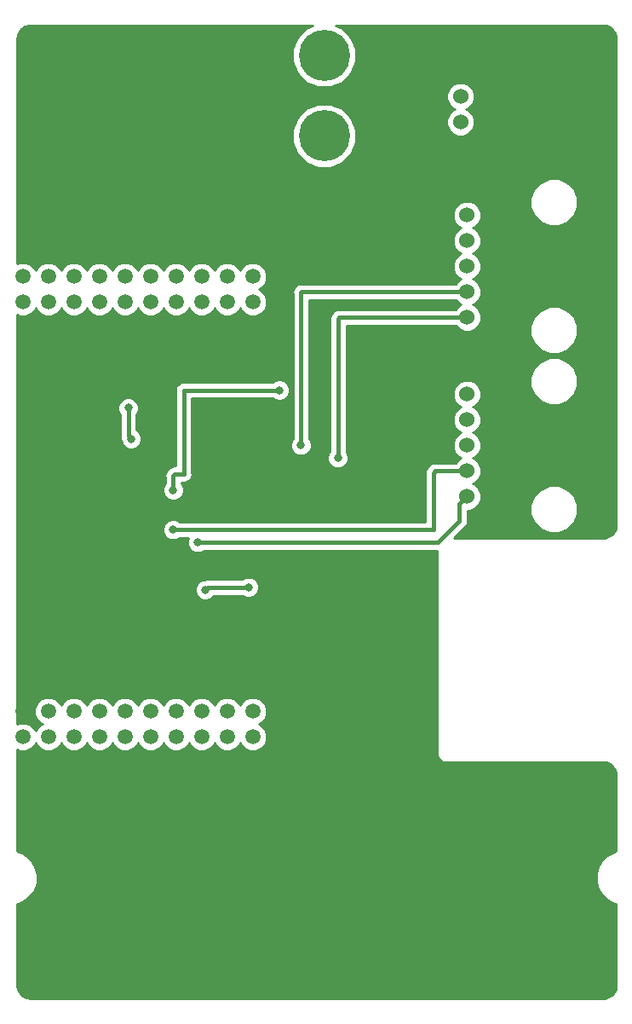
<source format=gbr>
G04 #@! TF.GenerationSoftware,KiCad,Pcbnew,(5.0.0)*
G04 #@! TF.CreationDate,2018-09-29T16:36:18-05:00*
G04 #@! TF.ProjectId,DriveBoard_Hardware,4472697665426F6172645F4861726477,rev?*
G04 #@! TF.SameCoordinates,Original*
G04 #@! TF.FileFunction,Copper,L2,Bot,Signal*
G04 #@! TF.FilePolarity,Positive*
%FSLAX46Y46*%
G04 Gerber Fmt 4.6, Leading zero omitted, Abs format (unit mm)*
G04 Created by KiCad (PCBNEW (5.0.0)) date 09/29/18 16:36:18*
%MOMM*%
%LPD*%
G01*
G04 APERTURE LIST*
G04 #@! TA.AperFunction,ComponentPad*
%ADD10C,1.520000*%
G04 #@! TD*
G04 #@! TA.AperFunction,ComponentPad*
%ADD11C,5.080000*%
G04 #@! TD*
G04 #@! TA.AperFunction,ComponentPad*
%ADD12C,1.524000*%
G04 #@! TD*
G04 #@! TA.AperFunction,ViaPad*
%ADD13C,0.800000*%
G04 #@! TD*
G04 #@! TA.AperFunction,Conductor*
%ADD14C,0.381000*%
G04 #@! TD*
G04 #@! TA.AperFunction,Conductor*
%ADD15C,0.254000*%
G04 #@! TD*
G04 APERTURE END LIST*
D10*
G04 #@! TO.P,U1,PP5*
G04 #@! TO.N,Net-(U1-PadPP5)*
X118389001Y-74675001D03*
G04 #@! TO.P,U1,PM7*
G04 #@! TO.N,Net-(U1-PadPM7)*
X115849001Y-74675001D03*
G04 #@! TO.P,U1,GND*
G04 #@! TO.N,GND*
X113309001Y-74675001D03*
G04 #@! TO.P,U1,PK7*
G04 #@! TO.N,Net-(U1-PadPK7)*
X136169001Y-77215001D03*
G04 #@! TO.P,U1,PK6*
G04 #@! TO.N,Net-(U1-PadPK6)*
X133629001Y-77215001D03*
G04 #@! TO.P,U1,PH1*
G04 #@! TO.N,Net-(U1-PadPH1)*
X131089001Y-77215001D03*
G04 #@! TO.P,U1,PH0*
G04 #@! TO.N,Net-(U1-PadPH0)*
X128549001Y-77215001D03*
G04 #@! TO.P,U1,PM2*
G04 #@! TO.N,Net-(U1-PadPM2)*
X126009001Y-77215001D03*
G04 #@! TO.P,U1,PM1*
G04 #@! TO.N,Net-(U1-PadPM1)*
X123469001Y-77215001D03*
G04 #@! TO.P,U1,PM0*
G04 #@! TO.N,Net-(U1-PadPM0)*
X120929001Y-77215001D03*
G04 #@! TO.P,U1,PK5*
G04 #@! TO.N,Net-(U1-PadPK5)*
X118389001Y-77215001D03*
G04 #@! TO.P,U1,PK4*
G04 #@! TO.N,Net-(U1-PadPK4)*
X115849001Y-77215001D03*
G04 #@! TO.P,U1,PG1*
G04 #@! TO.N,Net-(U1-PadPG1)*
X113309001Y-77215001D03*
G04 #@! TO.P,U1,PN4*
G04 #@! TO.N,Net-(U1-PadPN4)*
X136169001Y-120395001D03*
G04 #@! TO.P,U1,PP4*
G04 #@! TO.N,Net-(U1-PadPP4)*
X131089001Y-120395001D03*
G04 #@! TO.P,U1,PD5*
G04 #@! TO.N,Net-(U1-PadPD5)*
X126009001Y-120395001D03*
G04 #@! TO.P,U1,PD4*
G04 #@! TO.N,Net-(U1-PadPD4)*
X123469001Y-120395001D03*
G04 #@! TO.P,U1,PP1*
G04 #@! TO.N,TX_1_IC*
X120929001Y-120395001D03*
G04 #@! TO.P,U1,PP0*
G04 #@! TO.N,RX_1_IC*
X118389001Y-120395001D03*
G04 #@! TO.P,U1,PD2*
G04 #@! TO.N,Net-(U1-PadPD2)*
X115849001Y-120395001D03*
G04 #@! TO.P,U1,PA5*
G04 #@! TO.N,Net-(U1-PadPA5)*
X136169001Y-117855001D03*
G04 #@! TO.P,U1,PK3*
G04 #@! TO.N,Net-(U1-PadPK3)*
X131089001Y-117855001D03*
G04 #@! TO.P,U1,PB5*
G04 #@! TO.N,Net-(U1-PadPB5)*
X120929001Y-117855001D03*
G04 #@! TO.P,U1,PB4*
G04 #@! TO.N,Net-(U1-PadPB4)*
X118389001Y-117855001D03*
G04 #@! TO.P,U1,GND*
G04 #@! TO.N,GND*
X115849001Y-117855001D03*
G04 #@! TO.P,U1,+5V*
G04 #@! TO.N,+5V*
X113309001Y-117855001D03*
G04 #@! TO.P,U1,PK1*
G04 #@! TO.N,TX_2_IC*
X126009001Y-117855001D03*
G04 #@! TO.P,U1,PK2*
G04 #@! TO.N,Net-(U1-PadPK2)*
X128549001Y-117855001D03*
G04 #@! TO.P,U1,PN5*
G04 #@! TO.N,Net-(U1-PadPN5)*
X133629001Y-120395001D03*
G04 #@! TO.P,U1,PA7*
G04 #@! TO.N,Net-(U1-PadPA7)*
X120929001Y-74675001D03*
G04 #@! TO.P,U1,Rese*
G04 #@! TO.N,Net-(U1-PadRese)*
X123469001Y-74675001D03*
G04 #@! TO.P,U1,PA4*
G04 #@! TO.N,Net-(U1-PadPA4)*
X133629001Y-117855001D03*
G04 #@! TO.P,U1,PQ0*
G04 #@! TO.N,Net-(U1-PadPQ0)*
X128549001Y-120395001D03*
G04 #@! TO.P,U1,PP3*
G04 #@! TO.N,Net-(U1-PadPP3)*
X131089001Y-74675001D03*
G04 #@! TO.P,U1,PQ3*
G04 #@! TO.N,Net-(U1-PadPQ3)*
X128549001Y-74675001D03*
G04 #@! TO.P,U1,PK0*
G04 #@! TO.N,RX_2_IC*
X123469001Y-117855001D03*
G04 #@! TO.P,U1,PQ2*
G04 #@! TO.N,Net-(U1-PadPQ2)*
X126009001Y-74675001D03*
G04 #@! TO.P,U1,PQ1*
G04 #@! TO.N,Net-(U1-PadPQ1)*
X133629001Y-74675001D03*
G04 #@! TO.P,U1,PM6*
G04 #@! TO.N,Net-(U1-PadPM6)*
X136169001Y-74675001D03*
G04 #@! TO.P,U1,+3V3*
G04 #@! TO.N,Net-(U1-Pad+3V3)*
X113309001Y-120395001D03*
G04 #@! TD*
D11*
G04 #@! TO.P,Conn1,1*
G04 #@! TO.N,GND*
X143281400Y-60707000D03*
G04 #@! TO.P,Conn1,2*
G04 #@! TO.N,/+12V*
X143281400Y-52706000D03*
G04 #@! TD*
D12*
G04 #@! TO.P,Conn2,1*
G04 #@! TO.N,Net-(Conn2-Pad1)*
X157480000Y-68580000D03*
G04 #@! TO.P,Conn2,2*
G04 #@! TO.N,Net-(Conn2-Pad2)*
X157480000Y-71120000D03*
G04 #@! TO.P,Conn2,3*
G04 #@! TO.N,GND*
X157480000Y-73660000D03*
G04 #@! TO.P,Conn2,4*
G04 #@! TO.N,TX_1_SL*
X157480000Y-76200000D03*
G04 #@! TO.P,Conn2,5*
G04 #@! TO.N,RX_1_SL*
X157480000Y-78740000D03*
G04 #@! TD*
G04 #@! TO.P,Conn3,5*
G04 #@! TO.N,RX_2_SL*
X157480000Y-96520000D03*
G04 #@! TO.P,Conn3,4*
G04 #@! TO.N,TX_2_SL*
X157480000Y-93980000D03*
G04 #@! TO.P,Conn3,3*
G04 #@! TO.N,GND*
X157480000Y-91440000D03*
G04 #@! TO.P,Conn3,2*
G04 #@! TO.N,Net-(Conn3-Pad2)*
X157480000Y-88900000D03*
G04 #@! TO.P,Conn3,1*
G04 #@! TO.N,Net-(Conn3-Pad1)*
X157480000Y-86360000D03*
G04 #@! TD*
G04 #@! TO.P,U3,1*
G04 #@! TO.N,/+12V*
X156819600Y-59334400D03*
G04 #@! TO.P,U3,2*
G04 #@! TO.N,GND*
X156819600Y-56794400D03*
G04 #@! TO.P,U3,3*
G04 #@! TO.N,+5V*
X156819600Y-54254400D03*
G04 #@! TD*
D13*
G04 #@! TO.N,GND*
X124079000Y-90805000D03*
X123799600Y-87731600D03*
G04 #@! TO.N,Net-(C2-Pad1)*
X128270000Y-95885000D03*
X138825000Y-85965000D03*
G04 #@! TO.N,TX_1_SL*
X140970000Y-91440000D03*
G04 #@! TO.N,RX_1_SL*
X144627600Y-92710000D03*
G04 #@! TO.N,RX_2_SL*
X130683000Y-101092000D03*
G04 #@! TO.N,TX_2_SL*
X128270000Y-99822000D03*
G04 #@! TO.N,TX_1_IC*
X135763000Y-105537000D03*
X131445000Y-105791000D03*
G04 #@! TD*
D14*
G04 #@! TO.N,GND*
X123799600Y-90525600D02*
X124079000Y-90805000D01*
X123799600Y-87731600D02*
X123799600Y-90525600D01*
G04 #@! TO.N,Net-(C2-Pad1)*
X129309998Y-85965000D02*
X138825000Y-85965000D01*
X129304999Y-85969999D02*
X129309998Y-85965000D01*
X129304999Y-94284316D02*
X129304999Y-85969999D01*
X128447316Y-94284316D02*
X129304999Y-94284316D01*
X128270000Y-95885000D02*
X128270000Y-94461632D01*
X128270000Y-94461632D02*
X128447316Y-94284316D01*
G04 #@! TO.N,TX_1_SL*
X157480000Y-76200000D02*
X141020800Y-76200000D01*
X140970000Y-76250800D02*
X141020800Y-76200000D01*
X140970000Y-91440000D02*
X140970000Y-76250800D01*
G04 #@! TO.N,RX_1_SL*
X144627600Y-92144315D02*
X144627600Y-92710000D01*
X144665701Y-92106214D02*
X144627600Y-92144315D01*
X144665701Y-78854299D02*
X144665701Y-92106214D01*
X157480000Y-78740000D02*
X144780000Y-78740000D01*
X144780000Y-78740000D02*
X144665701Y-78854299D01*
G04 #@! TO.N,RX_2_SL*
X154559000Y-101092000D02*
X130683000Y-101092000D01*
X156718001Y-98932999D02*
X154559000Y-101092000D01*
X156718001Y-97281999D02*
X156718001Y-98932999D01*
X157480000Y-96520000D02*
X156718001Y-97281999D01*
G04 #@! TO.N,TX_2_SL*
X128270000Y-99822000D02*
X154108990Y-99822000D01*
X154305000Y-93980000D02*
X157480000Y-93980000D01*
X154108990Y-94176010D02*
X154305000Y-93980000D01*
X154108990Y-94176010D02*
X154108990Y-99822000D01*
G04 #@! TO.N,TX_1_IC*
X131699000Y-105537000D02*
X131445000Y-105791000D01*
X135763000Y-105537000D02*
X131699000Y-105537000D01*
G04 #@! TD*
D15*
G04 #@! TO.N,+5V*
G36*
X141482907Y-50014365D02*
X140589765Y-50907507D01*
X140106400Y-52074453D01*
X140106400Y-53337547D01*
X140589765Y-54504493D01*
X141482907Y-55397635D01*
X142649853Y-55881000D01*
X143912947Y-55881000D01*
X145079893Y-55397635D01*
X145973035Y-54504493D01*
X146456400Y-53337547D01*
X146456400Y-52074453D01*
X145973035Y-50907507D01*
X145079893Y-50014365D01*
X144398204Y-49732000D01*
X170916819Y-49732000D01*
X171336409Y-49792090D01*
X171675752Y-49946381D01*
X171958152Y-50189712D01*
X172160906Y-50502523D01*
X172274748Y-50883184D01*
X172289400Y-51080350D01*
X172289401Y-99263412D01*
X172229310Y-99683009D01*
X172075019Y-100022352D01*
X171831688Y-100304752D01*
X171518879Y-100507506D01*
X171138215Y-100621348D01*
X170941049Y-100636000D01*
X156182433Y-100636000D01*
X157244230Y-99574204D01*
X157313153Y-99528151D01*
X157384846Y-99420856D01*
X157495604Y-99255094D01*
X157495605Y-99255093D01*
X157543501Y-99014302D01*
X157543501Y-99014298D01*
X157559672Y-98933000D01*
X157543501Y-98851702D01*
X157543501Y-97917000D01*
X157757881Y-97917000D01*
X158271337Y-97704320D01*
X158655090Y-97320567D01*
X163756000Y-97320567D01*
X163756000Y-98259433D01*
X164115289Y-99126833D01*
X164779167Y-99790711D01*
X165646567Y-100150000D01*
X166585433Y-100150000D01*
X167452833Y-99790711D01*
X168116711Y-99126833D01*
X168476000Y-98259433D01*
X168476000Y-97320567D01*
X168116711Y-96453167D01*
X167452833Y-95789289D01*
X166585433Y-95430000D01*
X165646567Y-95430000D01*
X164779167Y-95789289D01*
X164115289Y-96453167D01*
X163756000Y-97320567D01*
X158655090Y-97320567D01*
X158664320Y-97311337D01*
X158877000Y-96797881D01*
X158877000Y-96242119D01*
X158664320Y-95728663D01*
X158271337Y-95335680D01*
X158064487Y-95250000D01*
X158271337Y-95164320D01*
X158664320Y-94771337D01*
X158877000Y-94257881D01*
X158877000Y-93702119D01*
X158664320Y-93188663D01*
X158271337Y-92795680D01*
X158064487Y-92710000D01*
X158271337Y-92624320D01*
X158664320Y-92231337D01*
X158877000Y-91717881D01*
X158877000Y-91162119D01*
X158664320Y-90648663D01*
X158271337Y-90255680D01*
X158064487Y-90170000D01*
X158271337Y-90084320D01*
X158664320Y-89691337D01*
X158877000Y-89177881D01*
X158877000Y-88622119D01*
X158664320Y-88108663D01*
X158271337Y-87715680D01*
X158064487Y-87630000D01*
X158271337Y-87544320D01*
X158664320Y-87151337D01*
X158877000Y-86637881D01*
X158877000Y-86082119D01*
X158664320Y-85568663D01*
X158271337Y-85175680D01*
X157757881Y-84963000D01*
X157202119Y-84963000D01*
X156688663Y-85175680D01*
X156295680Y-85568663D01*
X156083000Y-86082119D01*
X156083000Y-86637881D01*
X156295680Y-87151337D01*
X156688663Y-87544320D01*
X156895513Y-87630000D01*
X156688663Y-87715680D01*
X156295680Y-88108663D01*
X156083000Y-88622119D01*
X156083000Y-89177881D01*
X156295680Y-89691337D01*
X156688663Y-90084320D01*
X156895513Y-90170000D01*
X156688663Y-90255680D01*
X156295680Y-90648663D01*
X156083000Y-91162119D01*
X156083000Y-91717881D01*
X156295680Y-92231337D01*
X156688663Y-92624320D01*
X156895513Y-92710000D01*
X156688663Y-92795680D01*
X156329843Y-93154500D01*
X154386301Y-93154500D01*
X154304999Y-93138328D01*
X154223698Y-93154500D01*
X154223697Y-93154500D01*
X153982906Y-93202396D01*
X153709848Y-93384848D01*
X153663791Y-93453777D01*
X153582767Y-93534801D01*
X153513838Y-93580858D01*
X153331386Y-93853917D01*
X153283490Y-94094707D01*
X153267318Y-94176010D01*
X153283490Y-94257312D01*
X153283491Y-98996500D01*
X128908211Y-98996500D01*
X128856280Y-98944569D01*
X128475874Y-98787000D01*
X128064126Y-98787000D01*
X127683720Y-98944569D01*
X127392569Y-99235720D01*
X127235000Y-99616126D01*
X127235000Y-100027874D01*
X127392569Y-100408280D01*
X127683720Y-100699431D01*
X128064126Y-100857000D01*
X128475874Y-100857000D01*
X128856280Y-100699431D01*
X128908211Y-100647500D01*
X129746842Y-100647500D01*
X129648000Y-100886126D01*
X129648000Y-101297874D01*
X129805569Y-101678280D01*
X130096720Y-101969431D01*
X130477126Y-102127000D01*
X130888874Y-102127000D01*
X131269280Y-101969431D01*
X131321211Y-101917500D01*
X154477699Y-101917500D01*
X154509401Y-101923806D01*
X154509400Y-122104074D01*
X154495491Y-122174000D01*
X154550595Y-122451028D01*
X154707519Y-122685881D01*
X154942372Y-122842805D01*
X155101971Y-122874551D01*
X155219400Y-122897909D01*
X155289325Y-122884000D01*
X170916819Y-122884000D01*
X171336409Y-122944090D01*
X171675752Y-123098381D01*
X171958152Y-123341712D01*
X172160906Y-123654523D01*
X172274748Y-124035184D01*
X172289401Y-124232363D01*
X172289400Y-131723281D01*
X172203891Y-131749423D01*
X172111433Y-131776460D01*
X172103559Y-131780098D01*
X171582044Y-132024948D01*
X171501475Y-132077872D01*
X171420327Y-132129768D01*
X171413790Y-132135470D01*
X170981958Y-132516851D01*
X170919496Y-132590244D01*
X170856160Y-132662847D01*
X170851487Y-132670154D01*
X170544054Y-133157407D01*
X170504698Y-133245387D01*
X170464289Y-133332840D01*
X170461857Y-133341160D01*
X170461854Y-133341166D01*
X170461853Y-133341173D01*
X170303534Y-133895118D01*
X170290456Y-133990586D01*
X170276213Y-134085890D01*
X170276213Y-134094564D01*
X170279733Y-134670687D01*
X170293988Y-134766068D01*
X170307054Y-134861455D01*
X170309488Y-134869781D01*
X170474564Y-135421758D01*
X170514991Y-135509250D01*
X170554330Y-135597194D01*
X170559003Y-135604501D01*
X170872366Y-136087961D01*
X170935728Y-136160594D01*
X170998163Y-136233955D01*
X171004696Y-136239654D01*
X171004700Y-136239658D01*
X171004705Y-136239661D01*
X171441159Y-136615734D01*
X171522342Y-136667653D01*
X171602875Y-136720554D01*
X171610746Y-136724190D01*
X171610749Y-136724192D01*
X171610752Y-136724193D01*
X172135217Y-136962653D01*
X172227709Y-136989700D01*
X172289400Y-137008561D01*
X172289401Y-144983412D01*
X172229310Y-145403009D01*
X172075019Y-145742352D01*
X171831688Y-146024752D01*
X171518879Y-146227506D01*
X171138215Y-146341348D01*
X170941049Y-146356000D01*
X114121981Y-146356000D01*
X113702391Y-146295910D01*
X113363048Y-146141619D01*
X113080648Y-145898288D01*
X112877894Y-145585479D01*
X112764052Y-145204815D01*
X112749400Y-145007649D01*
X112749400Y-137008719D01*
X112834909Y-136982577D01*
X112927367Y-136955540D01*
X112935241Y-136951902D01*
X113456756Y-136707052D01*
X113537325Y-136654128D01*
X113618473Y-136602232D01*
X113625010Y-136596530D01*
X114056842Y-136215149D01*
X114119287Y-136141776D01*
X114182640Y-136069153D01*
X114187313Y-136061846D01*
X114494746Y-135574593D01*
X114534087Y-135486645D01*
X114574511Y-135399160D01*
X114576945Y-135390835D01*
X114735266Y-134836882D01*
X114748343Y-134741421D01*
X114762587Y-134646111D01*
X114762587Y-134637436D01*
X114759067Y-134061313D01*
X114744814Y-133965943D01*
X114731746Y-133870544D01*
X114729312Y-133862219D01*
X114564236Y-133310241D01*
X114523818Y-133222769D01*
X114484471Y-133134806D01*
X114479797Y-133127499D01*
X114166434Y-132644040D01*
X114103107Y-132571447D01*
X114040637Y-132498045D01*
X114034100Y-132492343D01*
X113597641Y-132116266D01*
X113516458Y-132064347D01*
X113435925Y-132011446D01*
X113428054Y-132007810D01*
X113428051Y-132007808D01*
X113428048Y-132007807D01*
X112903583Y-131769347D01*
X112811091Y-131742300D01*
X112749400Y-131723439D01*
X112749400Y-121673144D01*
X113031518Y-121790001D01*
X113586484Y-121790001D01*
X114099205Y-121577625D01*
X114491625Y-121185205D01*
X114579001Y-120974261D01*
X114666377Y-121185205D01*
X115058797Y-121577625D01*
X115571518Y-121790001D01*
X116126484Y-121790001D01*
X116639205Y-121577625D01*
X117031625Y-121185205D01*
X117119001Y-120974261D01*
X117206377Y-121185205D01*
X117598797Y-121577625D01*
X118111518Y-121790001D01*
X118666484Y-121790001D01*
X119179205Y-121577625D01*
X119571625Y-121185205D01*
X119659001Y-120974261D01*
X119746377Y-121185205D01*
X120138797Y-121577625D01*
X120651518Y-121790001D01*
X121206484Y-121790001D01*
X121719205Y-121577625D01*
X122111625Y-121185205D01*
X122199001Y-120974261D01*
X122286377Y-121185205D01*
X122678797Y-121577625D01*
X123191518Y-121790001D01*
X123746484Y-121790001D01*
X124259205Y-121577625D01*
X124651625Y-121185205D01*
X124739001Y-120974261D01*
X124826377Y-121185205D01*
X125218797Y-121577625D01*
X125731518Y-121790001D01*
X126286484Y-121790001D01*
X126799205Y-121577625D01*
X127191625Y-121185205D01*
X127279001Y-120974261D01*
X127366377Y-121185205D01*
X127758797Y-121577625D01*
X128271518Y-121790001D01*
X128826484Y-121790001D01*
X129339205Y-121577625D01*
X129731625Y-121185205D01*
X129819001Y-120974261D01*
X129906377Y-121185205D01*
X130298797Y-121577625D01*
X130811518Y-121790001D01*
X131366484Y-121790001D01*
X131879205Y-121577625D01*
X132271625Y-121185205D01*
X132359001Y-120974261D01*
X132446377Y-121185205D01*
X132838797Y-121577625D01*
X133351518Y-121790001D01*
X133906484Y-121790001D01*
X134419205Y-121577625D01*
X134811625Y-121185205D01*
X134899001Y-120974261D01*
X134986377Y-121185205D01*
X135378797Y-121577625D01*
X135891518Y-121790001D01*
X136446484Y-121790001D01*
X136959205Y-121577625D01*
X137351625Y-121185205D01*
X137564001Y-120672484D01*
X137564001Y-120117518D01*
X137351625Y-119604797D01*
X136959205Y-119212377D01*
X136748261Y-119125001D01*
X136959205Y-119037625D01*
X137351625Y-118645205D01*
X137564001Y-118132484D01*
X137564001Y-117577518D01*
X137351625Y-117064797D01*
X136959205Y-116672377D01*
X136446484Y-116460001D01*
X135891518Y-116460001D01*
X135378797Y-116672377D01*
X134986377Y-117064797D01*
X134899001Y-117275741D01*
X134811625Y-117064797D01*
X134419205Y-116672377D01*
X133906484Y-116460001D01*
X133351518Y-116460001D01*
X132838797Y-116672377D01*
X132446377Y-117064797D01*
X132359001Y-117275741D01*
X132271625Y-117064797D01*
X131879205Y-116672377D01*
X131366484Y-116460001D01*
X130811518Y-116460001D01*
X130298797Y-116672377D01*
X129906377Y-117064797D01*
X129819001Y-117275741D01*
X129731625Y-117064797D01*
X129339205Y-116672377D01*
X128826484Y-116460001D01*
X128271518Y-116460001D01*
X127758797Y-116672377D01*
X127366377Y-117064797D01*
X127279001Y-117275741D01*
X127191625Y-117064797D01*
X126799205Y-116672377D01*
X126286484Y-116460001D01*
X125731518Y-116460001D01*
X125218797Y-116672377D01*
X124826377Y-117064797D01*
X124739001Y-117275741D01*
X124651625Y-117064797D01*
X124259205Y-116672377D01*
X123746484Y-116460001D01*
X123191518Y-116460001D01*
X122678797Y-116672377D01*
X122286377Y-117064797D01*
X122199001Y-117275741D01*
X122111625Y-117064797D01*
X121719205Y-116672377D01*
X121206484Y-116460001D01*
X120651518Y-116460001D01*
X120138797Y-116672377D01*
X119746377Y-117064797D01*
X119659001Y-117275741D01*
X119571625Y-117064797D01*
X119179205Y-116672377D01*
X118666484Y-116460001D01*
X118111518Y-116460001D01*
X117598797Y-116672377D01*
X117206377Y-117064797D01*
X117119001Y-117275741D01*
X117031625Y-117064797D01*
X116639205Y-116672377D01*
X116126484Y-116460001D01*
X115571518Y-116460001D01*
X115058797Y-116672377D01*
X114666377Y-117064797D01*
X114454001Y-117577518D01*
X114454001Y-118132484D01*
X114666377Y-118645205D01*
X115058797Y-119037625D01*
X115269741Y-119125001D01*
X115058797Y-119212377D01*
X114666377Y-119604797D01*
X114579001Y-119815741D01*
X114491625Y-119604797D01*
X114099205Y-119212377D01*
X113586484Y-119000001D01*
X113031518Y-119000001D01*
X112749400Y-119116858D01*
X112749400Y-105585126D01*
X130410000Y-105585126D01*
X130410000Y-105996874D01*
X130567569Y-106377280D01*
X130858720Y-106668431D01*
X131239126Y-106826000D01*
X131650874Y-106826000D01*
X132031280Y-106668431D01*
X132322431Y-106377280D01*
X132328553Y-106362500D01*
X135124789Y-106362500D01*
X135176720Y-106414431D01*
X135557126Y-106572000D01*
X135968874Y-106572000D01*
X136349280Y-106414431D01*
X136640431Y-106123280D01*
X136798000Y-105742874D01*
X136798000Y-105331126D01*
X136640431Y-104950720D01*
X136349280Y-104659569D01*
X135968874Y-104502000D01*
X135557126Y-104502000D01*
X135176720Y-104659569D01*
X135124789Y-104711500D01*
X131780297Y-104711500D01*
X131698999Y-104695329D01*
X131617702Y-104711500D01*
X131617697Y-104711500D01*
X131393979Y-104756000D01*
X131239126Y-104756000D01*
X130858720Y-104913569D01*
X130567569Y-105204720D01*
X130410000Y-105585126D01*
X112749400Y-105585126D01*
X112749400Y-95679126D01*
X127235000Y-95679126D01*
X127235000Y-96090874D01*
X127392569Y-96471280D01*
X127683720Y-96762431D01*
X128064126Y-96920000D01*
X128475874Y-96920000D01*
X128856280Y-96762431D01*
X129147431Y-96471280D01*
X129305000Y-96090874D01*
X129305000Y-95679126D01*
X129147431Y-95298720D01*
X129095500Y-95246789D01*
X129095500Y-95109816D01*
X129223696Y-95109816D01*
X129304999Y-95125988D01*
X129386301Y-95109816D01*
X129386302Y-95109816D01*
X129627093Y-95061920D01*
X129900151Y-94879468D01*
X130082603Y-94606410D01*
X130146671Y-94284316D01*
X130130499Y-94203013D01*
X130130499Y-91234126D01*
X139935000Y-91234126D01*
X139935000Y-91645874D01*
X140092569Y-92026280D01*
X140383720Y-92317431D01*
X140764126Y-92475000D01*
X141175874Y-92475000D01*
X141556280Y-92317431D01*
X141847431Y-92026280D01*
X142005000Y-91645874D01*
X142005000Y-91234126D01*
X141847431Y-90853720D01*
X141795500Y-90801789D01*
X141795500Y-77025500D01*
X156329843Y-77025500D01*
X156688663Y-77384320D01*
X156895513Y-77470000D01*
X156688663Y-77555680D01*
X156329843Y-77914500D01*
X144861297Y-77914500D01*
X144779999Y-77898329D01*
X144698702Y-77914500D01*
X144698697Y-77914500D01*
X144457906Y-77962396D01*
X144184848Y-78144848D01*
X144139066Y-78213365D01*
X144070549Y-78259147D01*
X143888097Y-78532206D01*
X143846764Y-78740001D01*
X143824029Y-78854299D01*
X143840201Y-78935601D01*
X143840202Y-91871460D01*
X143809407Y-92026280D01*
X143799921Y-92073968D01*
X143750169Y-92123720D01*
X143592600Y-92504126D01*
X143592600Y-92915874D01*
X143750169Y-93296280D01*
X144041320Y-93587431D01*
X144421726Y-93745000D01*
X144833474Y-93745000D01*
X145213880Y-93587431D01*
X145505031Y-93296280D01*
X145662600Y-92915874D01*
X145662600Y-92504126D01*
X145505031Y-92123720D01*
X145504080Y-92122769D01*
X145507373Y-92106214D01*
X145491201Y-92024913D01*
X145491201Y-84620567D01*
X163756000Y-84620567D01*
X163756000Y-85559433D01*
X164115289Y-86426833D01*
X164779167Y-87090711D01*
X165646567Y-87450000D01*
X166585433Y-87450000D01*
X167452833Y-87090711D01*
X168116711Y-86426833D01*
X168476000Y-85559433D01*
X168476000Y-84620567D01*
X168116711Y-83753167D01*
X167452833Y-83089289D01*
X166585433Y-82730000D01*
X165646567Y-82730000D01*
X164779167Y-83089289D01*
X164115289Y-83753167D01*
X163756000Y-84620567D01*
X145491201Y-84620567D01*
X145491201Y-79565500D01*
X156329843Y-79565500D01*
X156688663Y-79924320D01*
X157202119Y-80137000D01*
X157757881Y-80137000D01*
X158271337Y-79924320D01*
X158655090Y-79540567D01*
X163756000Y-79540567D01*
X163756000Y-80479433D01*
X164115289Y-81346833D01*
X164779167Y-82010711D01*
X165646567Y-82370000D01*
X166585433Y-82370000D01*
X167452833Y-82010711D01*
X168116711Y-81346833D01*
X168476000Y-80479433D01*
X168476000Y-79540567D01*
X168116711Y-78673167D01*
X167452833Y-78009289D01*
X166585433Y-77650000D01*
X165646567Y-77650000D01*
X164779167Y-78009289D01*
X164115289Y-78673167D01*
X163756000Y-79540567D01*
X158655090Y-79540567D01*
X158664320Y-79531337D01*
X158877000Y-79017881D01*
X158877000Y-78462119D01*
X158664320Y-77948663D01*
X158271337Y-77555680D01*
X158064487Y-77470000D01*
X158271337Y-77384320D01*
X158664320Y-76991337D01*
X158877000Y-76477881D01*
X158877000Y-75922119D01*
X158664320Y-75408663D01*
X158271337Y-75015680D01*
X158064487Y-74930000D01*
X158271337Y-74844320D01*
X158664320Y-74451337D01*
X158877000Y-73937881D01*
X158877000Y-73382119D01*
X158664320Y-72868663D01*
X158271337Y-72475680D01*
X158064487Y-72390000D01*
X158271337Y-72304320D01*
X158664320Y-71911337D01*
X158877000Y-71397881D01*
X158877000Y-70842119D01*
X158664320Y-70328663D01*
X158271337Y-69935680D01*
X158064487Y-69850000D01*
X158271337Y-69764320D01*
X158664320Y-69371337D01*
X158877000Y-68857881D01*
X158877000Y-68302119D01*
X158664320Y-67788663D01*
X158271337Y-67395680D01*
X157757881Y-67183000D01*
X157202119Y-67183000D01*
X156688663Y-67395680D01*
X156295680Y-67788663D01*
X156083000Y-68302119D01*
X156083000Y-68857881D01*
X156295680Y-69371337D01*
X156688663Y-69764320D01*
X156895513Y-69850000D01*
X156688663Y-69935680D01*
X156295680Y-70328663D01*
X156083000Y-70842119D01*
X156083000Y-71397881D01*
X156295680Y-71911337D01*
X156688663Y-72304320D01*
X156895513Y-72390000D01*
X156688663Y-72475680D01*
X156295680Y-72868663D01*
X156083000Y-73382119D01*
X156083000Y-73937881D01*
X156295680Y-74451337D01*
X156688663Y-74844320D01*
X156895513Y-74930000D01*
X156688663Y-75015680D01*
X156329843Y-75374500D01*
X141102097Y-75374500D01*
X141020799Y-75358329D01*
X140939502Y-75374500D01*
X140939497Y-75374500D01*
X140698706Y-75422396D01*
X140425648Y-75604848D01*
X140405300Y-75635302D01*
X140374849Y-75655648D01*
X140328794Y-75724574D01*
X140192397Y-75928706D01*
X140128328Y-76250800D01*
X140144501Y-76332106D01*
X140144500Y-90801789D01*
X140092569Y-90853720D01*
X139935000Y-91234126D01*
X130130499Y-91234126D01*
X130130499Y-86790500D01*
X138186789Y-86790500D01*
X138238720Y-86842431D01*
X138619126Y-87000000D01*
X139030874Y-87000000D01*
X139411280Y-86842431D01*
X139702431Y-86551280D01*
X139860000Y-86170874D01*
X139860000Y-85759126D01*
X139702431Y-85378720D01*
X139411280Y-85087569D01*
X139030874Y-84930000D01*
X138619126Y-84930000D01*
X138238720Y-85087569D01*
X138186789Y-85139500D01*
X129391301Y-85139500D01*
X129309998Y-85123328D01*
X129228696Y-85139500D01*
X129228695Y-85139500D01*
X128987904Y-85187396D01*
X128714846Y-85369848D01*
X128712843Y-85372846D01*
X128709848Y-85374847D01*
X128663793Y-85443773D01*
X128527396Y-85647905D01*
X128463327Y-85969999D01*
X128479500Y-86051305D01*
X128479499Y-93449046D01*
X128447316Y-93442644D01*
X128366014Y-93458816D01*
X128366013Y-93458816D01*
X128125222Y-93506712D01*
X127852164Y-93689164D01*
X127806107Y-93758093D01*
X127743775Y-93820425D01*
X127674849Y-93866480D01*
X127628794Y-93935406D01*
X127492397Y-94139538D01*
X127428328Y-94461632D01*
X127444501Y-94542938D01*
X127444500Y-95246789D01*
X127392569Y-95298720D01*
X127235000Y-95679126D01*
X112749400Y-95679126D01*
X112749400Y-87525726D01*
X122764600Y-87525726D01*
X122764600Y-87937474D01*
X122922169Y-88317880D01*
X122974100Y-88369811D01*
X122974101Y-90444294D01*
X122957928Y-90525600D01*
X123013504Y-90804999D01*
X123021997Y-90847694D01*
X123044000Y-90880624D01*
X123044000Y-91010874D01*
X123201569Y-91391280D01*
X123492720Y-91682431D01*
X123873126Y-91840000D01*
X124284874Y-91840000D01*
X124665280Y-91682431D01*
X124956431Y-91391280D01*
X125114000Y-91010874D01*
X125114000Y-90599126D01*
X124956431Y-90218720D01*
X124665280Y-89927569D01*
X124625100Y-89910926D01*
X124625100Y-88369811D01*
X124677031Y-88317880D01*
X124834600Y-87937474D01*
X124834600Y-87525726D01*
X124677031Y-87145320D01*
X124385880Y-86854169D01*
X124005474Y-86696600D01*
X123593726Y-86696600D01*
X123213320Y-86854169D01*
X122922169Y-87145320D01*
X122764600Y-87525726D01*
X112749400Y-87525726D01*
X112749400Y-78493144D01*
X113031518Y-78610001D01*
X113586484Y-78610001D01*
X114099205Y-78397625D01*
X114491625Y-78005205D01*
X114579001Y-77794261D01*
X114666377Y-78005205D01*
X115058797Y-78397625D01*
X115571518Y-78610001D01*
X116126484Y-78610001D01*
X116639205Y-78397625D01*
X117031625Y-78005205D01*
X117119001Y-77794261D01*
X117206377Y-78005205D01*
X117598797Y-78397625D01*
X118111518Y-78610001D01*
X118666484Y-78610001D01*
X119179205Y-78397625D01*
X119571625Y-78005205D01*
X119659001Y-77794261D01*
X119746377Y-78005205D01*
X120138797Y-78397625D01*
X120651518Y-78610001D01*
X121206484Y-78610001D01*
X121719205Y-78397625D01*
X122111625Y-78005205D01*
X122199001Y-77794261D01*
X122286377Y-78005205D01*
X122678797Y-78397625D01*
X123191518Y-78610001D01*
X123746484Y-78610001D01*
X124259205Y-78397625D01*
X124651625Y-78005205D01*
X124739001Y-77794261D01*
X124826377Y-78005205D01*
X125218797Y-78397625D01*
X125731518Y-78610001D01*
X126286484Y-78610001D01*
X126799205Y-78397625D01*
X127191625Y-78005205D01*
X127279001Y-77794261D01*
X127366377Y-78005205D01*
X127758797Y-78397625D01*
X128271518Y-78610001D01*
X128826484Y-78610001D01*
X129339205Y-78397625D01*
X129731625Y-78005205D01*
X129819001Y-77794261D01*
X129906377Y-78005205D01*
X130298797Y-78397625D01*
X130811518Y-78610001D01*
X131366484Y-78610001D01*
X131879205Y-78397625D01*
X132271625Y-78005205D01*
X132359001Y-77794261D01*
X132446377Y-78005205D01*
X132838797Y-78397625D01*
X133351518Y-78610001D01*
X133906484Y-78610001D01*
X134419205Y-78397625D01*
X134811625Y-78005205D01*
X134899001Y-77794261D01*
X134986377Y-78005205D01*
X135378797Y-78397625D01*
X135891518Y-78610001D01*
X136446484Y-78610001D01*
X136959205Y-78397625D01*
X137351625Y-78005205D01*
X137564001Y-77492484D01*
X137564001Y-76937518D01*
X137351625Y-76424797D01*
X136959205Y-76032377D01*
X136748261Y-75945001D01*
X136959205Y-75857625D01*
X137351625Y-75465205D01*
X137564001Y-74952484D01*
X137564001Y-74397518D01*
X137351625Y-73884797D01*
X136959205Y-73492377D01*
X136446484Y-73280001D01*
X135891518Y-73280001D01*
X135378797Y-73492377D01*
X134986377Y-73884797D01*
X134899001Y-74095741D01*
X134811625Y-73884797D01*
X134419205Y-73492377D01*
X133906484Y-73280001D01*
X133351518Y-73280001D01*
X132838797Y-73492377D01*
X132446377Y-73884797D01*
X132359001Y-74095741D01*
X132271625Y-73884797D01*
X131879205Y-73492377D01*
X131366484Y-73280001D01*
X130811518Y-73280001D01*
X130298797Y-73492377D01*
X129906377Y-73884797D01*
X129819001Y-74095741D01*
X129731625Y-73884797D01*
X129339205Y-73492377D01*
X128826484Y-73280001D01*
X128271518Y-73280001D01*
X127758797Y-73492377D01*
X127366377Y-73884797D01*
X127279001Y-74095741D01*
X127191625Y-73884797D01*
X126799205Y-73492377D01*
X126286484Y-73280001D01*
X125731518Y-73280001D01*
X125218797Y-73492377D01*
X124826377Y-73884797D01*
X124739001Y-74095741D01*
X124651625Y-73884797D01*
X124259205Y-73492377D01*
X123746484Y-73280001D01*
X123191518Y-73280001D01*
X122678797Y-73492377D01*
X122286377Y-73884797D01*
X122199001Y-74095741D01*
X122111625Y-73884797D01*
X121719205Y-73492377D01*
X121206484Y-73280001D01*
X120651518Y-73280001D01*
X120138797Y-73492377D01*
X119746377Y-73884797D01*
X119659001Y-74095741D01*
X119571625Y-73884797D01*
X119179205Y-73492377D01*
X118666484Y-73280001D01*
X118111518Y-73280001D01*
X117598797Y-73492377D01*
X117206377Y-73884797D01*
X117119001Y-74095741D01*
X117031625Y-73884797D01*
X116639205Y-73492377D01*
X116126484Y-73280001D01*
X115571518Y-73280001D01*
X115058797Y-73492377D01*
X114666377Y-73884797D01*
X114579001Y-74095741D01*
X114491625Y-73884797D01*
X114099205Y-73492377D01*
X113586484Y-73280001D01*
X113031518Y-73280001D01*
X112749400Y-73396858D01*
X112749400Y-66840567D01*
X163756000Y-66840567D01*
X163756000Y-67779433D01*
X164115289Y-68646833D01*
X164779167Y-69310711D01*
X165646567Y-69670000D01*
X166585433Y-69670000D01*
X167452833Y-69310711D01*
X168116711Y-68646833D01*
X168476000Y-67779433D01*
X168476000Y-66840567D01*
X168116711Y-65973167D01*
X167452833Y-65309289D01*
X166585433Y-64950000D01*
X165646567Y-64950000D01*
X164779167Y-65309289D01*
X164115289Y-65973167D01*
X163756000Y-66840567D01*
X112749400Y-66840567D01*
X112749400Y-60075453D01*
X140106400Y-60075453D01*
X140106400Y-61338547D01*
X140589765Y-62505493D01*
X141482907Y-63398635D01*
X142649853Y-63882000D01*
X143912947Y-63882000D01*
X145079893Y-63398635D01*
X145973035Y-62505493D01*
X146456400Y-61338547D01*
X146456400Y-60075453D01*
X145973035Y-58908507D01*
X145079893Y-58015365D01*
X143912947Y-57532000D01*
X142649853Y-57532000D01*
X141482907Y-58015365D01*
X140589765Y-58908507D01*
X140106400Y-60075453D01*
X112749400Y-60075453D01*
X112749400Y-56516519D01*
X155422600Y-56516519D01*
X155422600Y-57072281D01*
X155635280Y-57585737D01*
X156028263Y-57978720D01*
X156235113Y-58064400D01*
X156028263Y-58150080D01*
X155635280Y-58543063D01*
X155422600Y-59056519D01*
X155422600Y-59612281D01*
X155635280Y-60125737D01*
X156028263Y-60518720D01*
X156541719Y-60731400D01*
X157097481Y-60731400D01*
X157610937Y-60518720D01*
X158003920Y-60125737D01*
X158216600Y-59612281D01*
X158216600Y-59056519D01*
X158003920Y-58543063D01*
X157610937Y-58150080D01*
X157404087Y-58064400D01*
X157610937Y-57978720D01*
X158003920Y-57585737D01*
X158216600Y-57072281D01*
X158216600Y-56516519D01*
X158003920Y-56003063D01*
X157610937Y-55610080D01*
X157097481Y-55397400D01*
X156541719Y-55397400D01*
X156028263Y-55610080D01*
X155635280Y-56003063D01*
X155422600Y-56516519D01*
X112749400Y-56516519D01*
X112749400Y-51104581D01*
X112809490Y-50684991D01*
X112963781Y-50345648D01*
X113207112Y-50063248D01*
X113519923Y-49860494D01*
X113900584Y-49746652D01*
X114097750Y-49732000D01*
X142164596Y-49732000D01*
X141482907Y-50014365D01*
X141482907Y-50014365D01*
G37*
X141482907Y-50014365D02*
X140589765Y-50907507D01*
X140106400Y-52074453D01*
X140106400Y-53337547D01*
X140589765Y-54504493D01*
X141482907Y-55397635D01*
X142649853Y-55881000D01*
X143912947Y-55881000D01*
X145079893Y-55397635D01*
X145973035Y-54504493D01*
X146456400Y-53337547D01*
X146456400Y-52074453D01*
X145973035Y-50907507D01*
X145079893Y-50014365D01*
X144398204Y-49732000D01*
X170916819Y-49732000D01*
X171336409Y-49792090D01*
X171675752Y-49946381D01*
X171958152Y-50189712D01*
X172160906Y-50502523D01*
X172274748Y-50883184D01*
X172289400Y-51080350D01*
X172289401Y-99263412D01*
X172229310Y-99683009D01*
X172075019Y-100022352D01*
X171831688Y-100304752D01*
X171518879Y-100507506D01*
X171138215Y-100621348D01*
X170941049Y-100636000D01*
X156182433Y-100636000D01*
X157244230Y-99574204D01*
X157313153Y-99528151D01*
X157384846Y-99420856D01*
X157495604Y-99255094D01*
X157495605Y-99255093D01*
X157543501Y-99014302D01*
X157543501Y-99014298D01*
X157559672Y-98933000D01*
X157543501Y-98851702D01*
X157543501Y-97917000D01*
X157757881Y-97917000D01*
X158271337Y-97704320D01*
X158655090Y-97320567D01*
X163756000Y-97320567D01*
X163756000Y-98259433D01*
X164115289Y-99126833D01*
X164779167Y-99790711D01*
X165646567Y-100150000D01*
X166585433Y-100150000D01*
X167452833Y-99790711D01*
X168116711Y-99126833D01*
X168476000Y-98259433D01*
X168476000Y-97320567D01*
X168116711Y-96453167D01*
X167452833Y-95789289D01*
X166585433Y-95430000D01*
X165646567Y-95430000D01*
X164779167Y-95789289D01*
X164115289Y-96453167D01*
X163756000Y-97320567D01*
X158655090Y-97320567D01*
X158664320Y-97311337D01*
X158877000Y-96797881D01*
X158877000Y-96242119D01*
X158664320Y-95728663D01*
X158271337Y-95335680D01*
X158064487Y-95250000D01*
X158271337Y-95164320D01*
X158664320Y-94771337D01*
X158877000Y-94257881D01*
X158877000Y-93702119D01*
X158664320Y-93188663D01*
X158271337Y-92795680D01*
X158064487Y-92710000D01*
X158271337Y-92624320D01*
X158664320Y-92231337D01*
X158877000Y-91717881D01*
X158877000Y-91162119D01*
X158664320Y-90648663D01*
X158271337Y-90255680D01*
X158064487Y-90170000D01*
X158271337Y-90084320D01*
X158664320Y-89691337D01*
X158877000Y-89177881D01*
X158877000Y-88622119D01*
X158664320Y-88108663D01*
X158271337Y-87715680D01*
X158064487Y-87630000D01*
X158271337Y-87544320D01*
X158664320Y-87151337D01*
X158877000Y-86637881D01*
X158877000Y-86082119D01*
X158664320Y-85568663D01*
X158271337Y-85175680D01*
X157757881Y-84963000D01*
X157202119Y-84963000D01*
X156688663Y-85175680D01*
X156295680Y-85568663D01*
X156083000Y-86082119D01*
X156083000Y-86637881D01*
X156295680Y-87151337D01*
X156688663Y-87544320D01*
X156895513Y-87630000D01*
X156688663Y-87715680D01*
X156295680Y-88108663D01*
X156083000Y-88622119D01*
X156083000Y-89177881D01*
X156295680Y-89691337D01*
X156688663Y-90084320D01*
X156895513Y-90170000D01*
X156688663Y-90255680D01*
X156295680Y-90648663D01*
X156083000Y-91162119D01*
X156083000Y-91717881D01*
X156295680Y-92231337D01*
X156688663Y-92624320D01*
X156895513Y-92710000D01*
X156688663Y-92795680D01*
X156329843Y-93154500D01*
X154386301Y-93154500D01*
X154304999Y-93138328D01*
X154223698Y-93154500D01*
X154223697Y-93154500D01*
X153982906Y-93202396D01*
X153709848Y-93384848D01*
X153663791Y-93453777D01*
X153582767Y-93534801D01*
X153513838Y-93580858D01*
X153331386Y-93853917D01*
X153283490Y-94094707D01*
X153267318Y-94176010D01*
X153283490Y-94257312D01*
X153283491Y-98996500D01*
X128908211Y-98996500D01*
X128856280Y-98944569D01*
X128475874Y-98787000D01*
X128064126Y-98787000D01*
X127683720Y-98944569D01*
X127392569Y-99235720D01*
X127235000Y-99616126D01*
X127235000Y-100027874D01*
X127392569Y-100408280D01*
X127683720Y-100699431D01*
X128064126Y-100857000D01*
X128475874Y-100857000D01*
X128856280Y-100699431D01*
X128908211Y-100647500D01*
X129746842Y-100647500D01*
X129648000Y-100886126D01*
X129648000Y-101297874D01*
X129805569Y-101678280D01*
X130096720Y-101969431D01*
X130477126Y-102127000D01*
X130888874Y-102127000D01*
X131269280Y-101969431D01*
X131321211Y-101917500D01*
X154477699Y-101917500D01*
X154509401Y-101923806D01*
X154509400Y-122104074D01*
X154495491Y-122174000D01*
X154550595Y-122451028D01*
X154707519Y-122685881D01*
X154942372Y-122842805D01*
X155101971Y-122874551D01*
X155219400Y-122897909D01*
X155289325Y-122884000D01*
X170916819Y-122884000D01*
X171336409Y-122944090D01*
X171675752Y-123098381D01*
X171958152Y-123341712D01*
X172160906Y-123654523D01*
X172274748Y-124035184D01*
X172289401Y-124232363D01*
X172289400Y-131723281D01*
X172203891Y-131749423D01*
X172111433Y-131776460D01*
X172103559Y-131780098D01*
X171582044Y-132024948D01*
X171501475Y-132077872D01*
X171420327Y-132129768D01*
X171413790Y-132135470D01*
X170981958Y-132516851D01*
X170919496Y-132590244D01*
X170856160Y-132662847D01*
X170851487Y-132670154D01*
X170544054Y-133157407D01*
X170504698Y-133245387D01*
X170464289Y-133332840D01*
X170461857Y-133341160D01*
X170461854Y-133341166D01*
X170461853Y-133341173D01*
X170303534Y-133895118D01*
X170290456Y-133990586D01*
X170276213Y-134085890D01*
X170276213Y-134094564D01*
X170279733Y-134670687D01*
X170293988Y-134766068D01*
X170307054Y-134861455D01*
X170309488Y-134869781D01*
X170474564Y-135421758D01*
X170514991Y-135509250D01*
X170554330Y-135597194D01*
X170559003Y-135604501D01*
X170872366Y-136087961D01*
X170935728Y-136160594D01*
X170998163Y-136233955D01*
X171004696Y-136239654D01*
X171004700Y-136239658D01*
X171004705Y-136239661D01*
X171441159Y-136615734D01*
X171522342Y-136667653D01*
X171602875Y-136720554D01*
X171610746Y-136724190D01*
X171610749Y-136724192D01*
X171610752Y-136724193D01*
X172135217Y-136962653D01*
X172227709Y-136989700D01*
X172289400Y-137008561D01*
X172289401Y-144983412D01*
X172229310Y-145403009D01*
X172075019Y-145742352D01*
X171831688Y-146024752D01*
X171518879Y-146227506D01*
X171138215Y-146341348D01*
X170941049Y-146356000D01*
X114121981Y-146356000D01*
X113702391Y-146295910D01*
X113363048Y-146141619D01*
X113080648Y-145898288D01*
X112877894Y-145585479D01*
X112764052Y-145204815D01*
X112749400Y-145007649D01*
X112749400Y-137008719D01*
X112834909Y-136982577D01*
X112927367Y-136955540D01*
X112935241Y-136951902D01*
X113456756Y-136707052D01*
X113537325Y-136654128D01*
X113618473Y-136602232D01*
X113625010Y-136596530D01*
X114056842Y-136215149D01*
X114119287Y-136141776D01*
X114182640Y-136069153D01*
X114187313Y-136061846D01*
X114494746Y-135574593D01*
X114534087Y-135486645D01*
X114574511Y-135399160D01*
X114576945Y-135390835D01*
X114735266Y-134836882D01*
X114748343Y-134741421D01*
X114762587Y-134646111D01*
X114762587Y-134637436D01*
X114759067Y-134061313D01*
X114744814Y-133965943D01*
X114731746Y-133870544D01*
X114729312Y-133862219D01*
X114564236Y-133310241D01*
X114523818Y-133222769D01*
X114484471Y-133134806D01*
X114479797Y-133127499D01*
X114166434Y-132644040D01*
X114103107Y-132571447D01*
X114040637Y-132498045D01*
X114034100Y-132492343D01*
X113597641Y-132116266D01*
X113516458Y-132064347D01*
X113435925Y-132011446D01*
X113428054Y-132007810D01*
X113428051Y-132007808D01*
X113428048Y-132007807D01*
X112903583Y-131769347D01*
X112811091Y-131742300D01*
X112749400Y-131723439D01*
X112749400Y-121673144D01*
X113031518Y-121790001D01*
X113586484Y-121790001D01*
X114099205Y-121577625D01*
X114491625Y-121185205D01*
X114579001Y-120974261D01*
X114666377Y-121185205D01*
X115058797Y-121577625D01*
X115571518Y-121790001D01*
X116126484Y-121790001D01*
X116639205Y-121577625D01*
X117031625Y-121185205D01*
X117119001Y-120974261D01*
X117206377Y-121185205D01*
X117598797Y-121577625D01*
X118111518Y-121790001D01*
X118666484Y-121790001D01*
X119179205Y-121577625D01*
X119571625Y-121185205D01*
X119659001Y-120974261D01*
X119746377Y-121185205D01*
X120138797Y-121577625D01*
X120651518Y-121790001D01*
X121206484Y-121790001D01*
X121719205Y-121577625D01*
X122111625Y-121185205D01*
X122199001Y-120974261D01*
X122286377Y-121185205D01*
X122678797Y-121577625D01*
X123191518Y-121790001D01*
X123746484Y-121790001D01*
X124259205Y-121577625D01*
X124651625Y-121185205D01*
X124739001Y-120974261D01*
X124826377Y-121185205D01*
X125218797Y-121577625D01*
X125731518Y-121790001D01*
X126286484Y-121790001D01*
X126799205Y-121577625D01*
X127191625Y-121185205D01*
X127279001Y-120974261D01*
X127366377Y-121185205D01*
X127758797Y-121577625D01*
X128271518Y-121790001D01*
X128826484Y-121790001D01*
X129339205Y-121577625D01*
X129731625Y-121185205D01*
X129819001Y-120974261D01*
X129906377Y-121185205D01*
X130298797Y-121577625D01*
X130811518Y-121790001D01*
X131366484Y-121790001D01*
X131879205Y-121577625D01*
X132271625Y-121185205D01*
X132359001Y-120974261D01*
X132446377Y-121185205D01*
X132838797Y-121577625D01*
X133351518Y-121790001D01*
X133906484Y-121790001D01*
X134419205Y-121577625D01*
X134811625Y-121185205D01*
X134899001Y-120974261D01*
X134986377Y-121185205D01*
X135378797Y-121577625D01*
X135891518Y-121790001D01*
X136446484Y-121790001D01*
X136959205Y-121577625D01*
X137351625Y-121185205D01*
X137564001Y-120672484D01*
X137564001Y-120117518D01*
X137351625Y-119604797D01*
X136959205Y-119212377D01*
X136748261Y-119125001D01*
X136959205Y-119037625D01*
X137351625Y-118645205D01*
X137564001Y-118132484D01*
X137564001Y-117577518D01*
X137351625Y-117064797D01*
X136959205Y-116672377D01*
X136446484Y-116460001D01*
X135891518Y-116460001D01*
X135378797Y-116672377D01*
X134986377Y-117064797D01*
X134899001Y-117275741D01*
X134811625Y-117064797D01*
X134419205Y-116672377D01*
X133906484Y-116460001D01*
X133351518Y-116460001D01*
X132838797Y-116672377D01*
X132446377Y-117064797D01*
X132359001Y-117275741D01*
X132271625Y-117064797D01*
X131879205Y-116672377D01*
X131366484Y-116460001D01*
X130811518Y-116460001D01*
X130298797Y-116672377D01*
X129906377Y-117064797D01*
X129819001Y-117275741D01*
X129731625Y-117064797D01*
X129339205Y-116672377D01*
X128826484Y-116460001D01*
X128271518Y-116460001D01*
X127758797Y-116672377D01*
X127366377Y-117064797D01*
X127279001Y-117275741D01*
X127191625Y-117064797D01*
X126799205Y-116672377D01*
X126286484Y-116460001D01*
X125731518Y-116460001D01*
X125218797Y-116672377D01*
X124826377Y-117064797D01*
X124739001Y-117275741D01*
X124651625Y-117064797D01*
X124259205Y-116672377D01*
X123746484Y-116460001D01*
X123191518Y-116460001D01*
X122678797Y-116672377D01*
X122286377Y-117064797D01*
X122199001Y-117275741D01*
X122111625Y-117064797D01*
X121719205Y-116672377D01*
X121206484Y-116460001D01*
X120651518Y-116460001D01*
X120138797Y-116672377D01*
X119746377Y-117064797D01*
X119659001Y-117275741D01*
X119571625Y-117064797D01*
X119179205Y-116672377D01*
X118666484Y-116460001D01*
X118111518Y-116460001D01*
X117598797Y-116672377D01*
X117206377Y-117064797D01*
X117119001Y-117275741D01*
X117031625Y-117064797D01*
X116639205Y-116672377D01*
X116126484Y-116460001D01*
X115571518Y-116460001D01*
X115058797Y-116672377D01*
X114666377Y-117064797D01*
X114454001Y-117577518D01*
X114454001Y-118132484D01*
X114666377Y-118645205D01*
X115058797Y-119037625D01*
X115269741Y-119125001D01*
X115058797Y-119212377D01*
X114666377Y-119604797D01*
X114579001Y-119815741D01*
X114491625Y-119604797D01*
X114099205Y-119212377D01*
X113586484Y-119000001D01*
X113031518Y-119000001D01*
X112749400Y-119116858D01*
X112749400Y-105585126D01*
X130410000Y-105585126D01*
X130410000Y-105996874D01*
X130567569Y-106377280D01*
X130858720Y-106668431D01*
X131239126Y-106826000D01*
X131650874Y-106826000D01*
X132031280Y-106668431D01*
X132322431Y-106377280D01*
X132328553Y-106362500D01*
X135124789Y-106362500D01*
X135176720Y-106414431D01*
X135557126Y-106572000D01*
X135968874Y-106572000D01*
X136349280Y-106414431D01*
X136640431Y-106123280D01*
X136798000Y-105742874D01*
X136798000Y-105331126D01*
X136640431Y-104950720D01*
X136349280Y-104659569D01*
X135968874Y-104502000D01*
X135557126Y-104502000D01*
X135176720Y-104659569D01*
X135124789Y-104711500D01*
X131780297Y-104711500D01*
X131698999Y-104695329D01*
X131617702Y-104711500D01*
X131617697Y-104711500D01*
X131393979Y-104756000D01*
X131239126Y-104756000D01*
X130858720Y-104913569D01*
X130567569Y-105204720D01*
X130410000Y-105585126D01*
X112749400Y-105585126D01*
X112749400Y-95679126D01*
X127235000Y-95679126D01*
X127235000Y-96090874D01*
X127392569Y-96471280D01*
X127683720Y-96762431D01*
X128064126Y-96920000D01*
X128475874Y-96920000D01*
X128856280Y-96762431D01*
X129147431Y-96471280D01*
X129305000Y-96090874D01*
X129305000Y-95679126D01*
X129147431Y-95298720D01*
X129095500Y-95246789D01*
X129095500Y-95109816D01*
X129223696Y-95109816D01*
X129304999Y-95125988D01*
X129386301Y-95109816D01*
X129386302Y-95109816D01*
X129627093Y-95061920D01*
X129900151Y-94879468D01*
X130082603Y-94606410D01*
X130146671Y-94284316D01*
X130130499Y-94203013D01*
X130130499Y-91234126D01*
X139935000Y-91234126D01*
X139935000Y-91645874D01*
X140092569Y-92026280D01*
X140383720Y-92317431D01*
X140764126Y-92475000D01*
X141175874Y-92475000D01*
X141556280Y-92317431D01*
X141847431Y-92026280D01*
X142005000Y-91645874D01*
X142005000Y-91234126D01*
X141847431Y-90853720D01*
X141795500Y-90801789D01*
X141795500Y-77025500D01*
X156329843Y-77025500D01*
X156688663Y-77384320D01*
X156895513Y-77470000D01*
X156688663Y-77555680D01*
X156329843Y-77914500D01*
X144861297Y-77914500D01*
X144779999Y-77898329D01*
X144698702Y-77914500D01*
X144698697Y-77914500D01*
X144457906Y-77962396D01*
X144184848Y-78144848D01*
X144139066Y-78213365D01*
X144070549Y-78259147D01*
X143888097Y-78532206D01*
X143846764Y-78740001D01*
X143824029Y-78854299D01*
X143840201Y-78935601D01*
X143840202Y-91871460D01*
X143809407Y-92026280D01*
X143799921Y-92073968D01*
X143750169Y-92123720D01*
X143592600Y-92504126D01*
X143592600Y-92915874D01*
X143750169Y-93296280D01*
X144041320Y-93587431D01*
X144421726Y-93745000D01*
X144833474Y-93745000D01*
X145213880Y-93587431D01*
X145505031Y-93296280D01*
X145662600Y-92915874D01*
X145662600Y-92504126D01*
X145505031Y-92123720D01*
X145504080Y-92122769D01*
X145507373Y-92106214D01*
X145491201Y-92024913D01*
X145491201Y-84620567D01*
X163756000Y-84620567D01*
X163756000Y-85559433D01*
X164115289Y-86426833D01*
X164779167Y-87090711D01*
X165646567Y-87450000D01*
X166585433Y-87450000D01*
X167452833Y-87090711D01*
X168116711Y-86426833D01*
X168476000Y-85559433D01*
X168476000Y-84620567D01*
X168116711Y-83753167D01*
X167452833Y-83089289D01*
X166585433Y-82730000D01*
X165646567Y-82730000D01*
X164779167Y-83089289D01*
X164115289Y-83753167D01*
X163756000Y-84620567D01*
X145491201Y-84620567D01*
X145491201Y-79565500D01*
X156329843Y-79565500D01*
X156688663Y-79924320D01*
X157202119Y-80137000D01*
X157757881Y-80137000D01*
X158271337Y-79924320D01*
X158655090Y-79540567D01*
X163756000Y-79540567D01*
X163756000Y-80479433D01*
X164115289Y-81346833D01*
X164779167Y-82010711D01*
X165646567Y-82370000D01*
X166585433Y-82370000D01*
X167452833Y-82010711D01*
X168116711Y-81346833D01*
X168476000Y-80479433D01*
X168476000Y-79540567D01*
X168116711Y-78673167D01*
X167452833Y-78009289D01*
X166585433Y-77650000D01*
X165646567Y-77650000D01*
X164779167Y-78009289D01*
X164115289Y-78673167D01*
X163756000Y-79540567D01*
X158655090Y-79540567D01*
X158664320Y-79531337D01*
X158877000Y-79017881D01*
X158877000Y-78462119D01*
X158664320Y-77948663D01*
X158271337Y-77555680D01*
X158064487Y-77470000D01*
X158271337Y-77384320D01*
X158664320Y-76991337D01*
X158877000Y-76477881D01*
X158877000Y-75922119D01*
X158664320Y-75408663D01*
X158271337Y-75015680D01*
X158064487Y-74930000D01*
X158271337Y-74844320D01*
X158664320Y-74451337D01*
X158877000Y-73937881D01*
X158877000Y-73382119D01*
X158664320Y-72868663D01*
X158271337Y-72475680D01*
X158064487Y-72390000D01*
X158271337Y-72304320D01*
X158664320Y-71911337D01*
X158877000Y-71397881D01*
X158877000Y-70842119D01*
X158664320Y-70328663D01*
X158271337Y-69935680D01*
X158064487Y-69850000D01*
X158271337Y-69764320D01*
X158664320Y-69371337D01*
X158877000Y-68857881D01*
X158877000Y-68302119D01*
X158664320Y-67788663D01*
X158271337Y-67395680D01*
X157757881Y-67183000D01*
X157202119Y-67183000D01*
X156688663Y-67395680D01*
X156295680Y-67788663D01*
X156083000Y-68302119D01*
X156083000Y-68857881D01*
X156295680Y-69371337D01*
X156688663Y-69764320D01*
X156895513Y-69850000D01*
X156688663Y-69935680D01*
X156295680Y-70328663D01*
X156083000Y-70842119D01*
X156083000Y-71397881D01*
X156295680Y-71911337D01*
X156688663Y-72304320D01*
X156895513Y-72390000D01*
X156688663Y-72475680D01*
X156295680Y-72868663D01*
X156083000Y-73382119D01*
X156083000Y-73937881D01*
X156295680Y-74451337D01*
X156688663Y-74844320D01*
X156895513Y-74930000D01*
X156688663Y-75015680D01*
X156329843Y-75374500D01*
X141102097Y-75374500D01*
X141020799Y-75358329D01*
X140939502Y-75374500D01*
X140939497Y-75374500D01*
X140698706Y-75422396D01*
X140425648Y-75604848D01*
X140405300Y-75635302D01*
X140374849Y-75655648D01*
X140328794Y-75724574D01*
X140192397Y-75928706D01*
X140128328Y-76250800D01*
X140144501Y-76332106D01*
X140144500Y-90801789D01*
X140092569Y-90853720D01*
X139935000Y-91234126D01*
X130130499Y-91234126D01*
X130130499Y-86790500D01*
X138186789Y-86790500D01*
X138238720Y-86842431D01*
X138619126Y-87000000D01*
X139030874Y-87000000D01*
X139411280Y-86842431D01*
X139702431Y-86551280D01*
X139860000Y-86170874D01*
X139860000Y-85759126D01*
X139702431Y-85378720D01*
X139411280Y-85087569D01*
X139030874Y-84930000D01*
X138619126Y-84930000D01*
X138238720Y-85087569D01*
X138186789Y-85139500D01*
X129391301Y-85139500D01*
X129309998Y-85123328D01*
X129228696Y-85139500D01*
X129228695Y-85139500D01*
X128987904Y-85187396D01*
X128714846Y-85369848D01*
X128712843Y-85372846D01*
X128709848Y-85374847D01*
X128663793Y-85443773D01*
X128527396Y-85647905D01*
X128463327Y-85969999D01*
X128479500Y-86051305D01*
X128479499Y-93449046D01*
X128447316Y-93442644D01*
X128366014Y-93458816D01*
X128366013Y-93458816D01*
X128125222Y-93506712D01*
X127852164Y-93689164D01*
X127806107Y-93758093D01*
X127743775Y-93820425D01*
X127674849Y-93866480D01*
X127628794Y-93935406D01*
X127492397Y-94139538D01*
X127428328Y-94461632D01*
X127444501Y-94542938D01*
X127444500Y-95246789D01*
X127392569Y-95298720D01*
X127235000Y-95679126D01*
X112749400Y-95679126D01*
X112749400Y-87525726D01*
X122764600Y-87525726D01*
X122764600Y-87937474D01*
X122922169Y-88317880D01*
X122974100Y-88369811D01*
X122974101Y-90444294D01*
X122957928Y-90525600D01*
X123013504Y-90804999D01*
X123021997Y-90847694D01*
X123044000Y-90880624D01*
X123044000Y-91010874D01*
X123201569Y-91391280D01*
X123492720Y-91682431D01*
X123873126Y-91840000D01*
X124284874Y-91840000D01*
X124665280Y-91682431D01*
X124956431Y-91391280D01*
X125114000Y-91010874D01*
X125114000Y-90599126D01*
X124956431Y-90218720D01*
X124665280Y-89927569D01*
X124625100Y-89910926D01*
X124625100Y-88369811D01*
X124677031Y-88317880D01*
X124834600Y-87937474D01*
X124834600Y-87525726D01*
X124677031Y-87145320D01*
X124385880Y-86854169D01*
X124005474Y-86696600D01*
X123593726Y-86696600D01*
X123213320Y-86854169D01*
X122922169Y-87145320D01*
X122764600Y-87525726D01*
X112749400Y-87525726D01*
X112749400Y-78493144D01*
X113031518Y-78610001D01*
X113586484Y-78610001D01*
X114099205Y-78397625D01*
X114491625Y-78005205D01*
X114579001Y-77794261D01*
X114666377Y-78005205D01*
X115058797Y-78397625D01*
X115571518Y-78610001D01*
X116126484Y-78610001D01*
X116639205Y-78397625D01*
X117031625Y-78005205D01*
X117119001Y-77794261D01*
X117206377Y-78005205D01*
X117598797Y-78397625D01*
X118111518Y-78610001D01*
X118666484Y-78610001D01*
X119179205Y-78397625D01*
X119571625Y-78005205D01*
X119659001Y-77794261D01*
X119746377Y-78005205D01*
X120138797Y-78397625D01*
X120651518Y-78610001D01*
X121206484Y-78610001D01*
X121719205Y-78397625D01*
X122111625Y-78005205D01*
X122199001Y-77794261D01*
X122286377Y-78005205D01*
X122678797Y-78397625D01*
X123191518Y-78610001D01*
X123746484Y-78610001D01*
X124259205Y-78397625D01*
X124651625Y-78005205D01*
X124739001Y-77794261D01*
X124826377Y-78005205D01*
X125218797Y-78397625D01*
X125731518Y-78610001D01*
X126286484Y-78610001D01*
X126799205Y-78397625D01*
X127191625Y-78005205D01*
X127279001Y-77794261D01*
X127366377Y-78005205D01*
X127758797Y-78397625D01*
X128271518Y-78610001D01*
X128826484Y-78610001D01*
X129339205Y-78397625D01*
X129731625Y-78005205D01*
X129819001Y-77794261D01*
X129906377Y-78005205D01*
X130298797Y-78397625D01*
X130811518Y-78610001D01*
X131366484Y-78610001D01*
X131879205Y-78397625D01*
X132271625Y-78005205D01*
X132359001Y-77794261D01*
X132446377Y-78005205D01*
X132838797Y-78397625D01*
X133351518Y-78610001D01*
X133906484Y-78610001D01*
X134419205Y-78397625D01*
X134811625Y-78005205D01*
X134899001Y-77794261D01*
X134986377Y-78005205D01*
X135378797Y-78397625D01*
X135891518Y-78610001D01*
X136446484Y-78610001D01*
X136959205Y-78397625D01*
X137351625Y-78005205D01*
X137564001Y-77492484D01*
X137564001Y-76937518D01*
X137351625Y-76424797D01*
X136959205Y-76032377D01*
X136748261Y-75945001D01*
X136959205Y-75857625D01*
X137351625Y-75465205D01*
X137564001Y-74952484D01*
X137564001Y-74397518D01*
X137351625Y-73884797D01*
X136959205Y-73492377D01*
X136446484Y-73280001D01*
X135891518Y-73280001D01*
X135378797Y-73492377D01*
X134986377Y-73884797D01*
X134899001Y-74095741D01*
X134811625Y-73884797D01*
X134419205Y-73492377D01*
X133906484Y-73280001D01*
X133351518Y-73280001D01*
X132838797Y-73492377D01*
X132446377Y-73884797D01*
X132359001Y-74095741D01*
X132271625Y-73884797D01*
X131879205Y-73492377D01*
X131366484Y-73280001D01*
X130811518Y-73280001D01*
X130298797Y-73492377D01*
X129906377Y-73884797D01*
X129819001Y-74095741D01*
X129731625Y-73884797D01*
X129339205Y-73492377D01*
X128826484Y-73280001D01*
X128271518Y-73280001D01*
X127758797Y-73492377D01*
X127366377Y-73884797D01*
X127279001Y-74095741D01*
X127191625Y-73884797D01*
X126799205Y-73492377D01*
X126286484Y-73280001D01*
X125731518Y-73280001D01*
X125218797Y-73492377D01*
X124826377Y-73884797D01*
X124739001Y-74095741D01*
X124651625Y-73884797D01*
X124259205Y-73492377D01*
X123746484Y-73280001D01*
X123191518Y-73280001D01*
X122678797Y-73492377D01*
X122286377Y-73884797D01*
X122199001Y-74095741D01*
X122111625Y-73884797D01*
X121719205Y-73492377D01*
X121206484Y-73280001D01*
X120651518Y-73280001D01*
X120138797Y-73492377D01*
X119746377Y-73884797D01*
X119659001Y-74095741D01*
X119571625Y-73884797D01*
X119179205Y-73492377D01*
X118666484Y-73280001D01*
X118111518Y-73280001D01*
X117598797Y-73492377D01*
X117206377Y-73884797D01*
X117119001Y-74095741D01*
X117031625Y-73884797D01*
X116639205Y-73492377D01*
X116126484Y-73280001D01*
X115571518Y-73280001D01*
X115058797Y-73492377D01*
X114666377Y-73884797D01*
X114579001Y-74095741D01*
X114491625Y-73884797D01*
X114099205Y-73492377D01*
X113586484Y-73280001D01*
X113031518Y-73280001D01*
X112749400Y-73396858D01*
X112749400Y-66840567D01*
X163756000Y-66840567D01*
X163756000Y-67779433D01*
X164115289Y-68646833D01*
X164779167Y-69310711D01*
X165646567Y-69670000D01*
X166585433Y-69670000D01*
X167452833Y-69310711D01*
X168116711Y-68646833D01*
X168476000Y-67779433D01*
X168476000Y-66840567D01*
X168116711Y-65973167D01*
X167452833Y-65309289D01*
X166585433Y-64950000D01*
X165646567Y-64950000D01*
X164779167Y-65309289D01*
X164115289Y-65973167D01*
X163756000Y-66840567D01*
X112749400Y-66840567D01*
X112749400Y-60075453D01*
X140106400Y-60075453D01*
X140106400Y-61338547D01*
X140589765Y-62505493D01*
X141482907Y-63398635D01*
X142649853Y-63882000D01*
X143912947Y-63882000D01*
X145079893Y-63398635D01*
X145973035Y-62505493D01*
X146456400Y-61338547D01*
X146456400Y-60075453D01*
X145973035Y-58908507D01*
X145079893Y-58015365D01*
X143912947Y-57532000D01*
X142649853Y-57532000D01*
X141482907Y-58015365D01*
X140589765Y-58908507D01*
X140106400Y-60075453D01*
X112749400Y-60075453D01*
X112749400Y-56516519D01*
X155422600Y-56516519D01*
X155422600Y-57072281D01*
X155635280Y-57585737D01*
X156028263Y-57978720D01*
X156235113Y-58064400D01*
X156028263Y-58150080D01*
X155635280Y-58543063D01*
X155422600Y-59056519D01*
X155422600Y-59612281D01*
X155635280Y-60125737D01*
X156028263Y-60518720D01*
X156541719Y-60731400D01*
X157097481Y-60731400D01*
X157610937Y-60518720D01*
X158003920Y-60125737D01*
X158216600Y-59612281D01*
X158216600Y-59056519D01*
X158003920Y-58543063D01*
X157610937Y-58150080D01*
X157404087Y-58064400D01*
X157610937Y-57978720D01*
X158003920Y-57585737D01*
X158216600Y-57072281D01*
X158216600Y-56516519D01*
X158003920Y-56003063D01*
X157610937Y-55610080D01*
X157097481Y-55397400D01*
X156541719Y-55397400D01*
X156028263Y-55610080D01*
X155635280Y-56003063D01*
X155422600Y-56516519D01*
X112749400Y-56516519D01*
X112749400Y-51104581D01*
X112809490Y-50684991D01*
X112963781Y-50345648D01*
X113207112Y-50063248D01*
X113519923Y-49860494D01*
X113900584Y-49746652D01*
X114097750Y-49732000D01*
X142164596Y-49732000D01*
X141482907Y-50014365D01*
G04 #@! TD*
M02*

</source>
